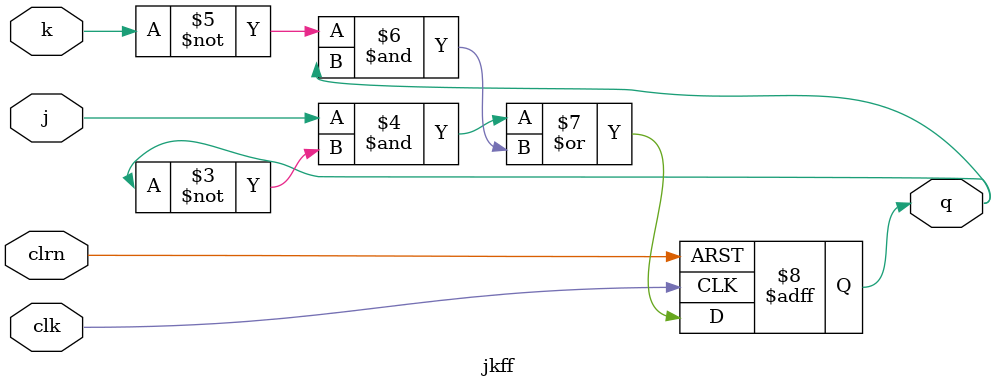
<source format=v>
/************************************************
  The Verilog HDL code example is from the book
  Computer Principles and Design in Verilog HDL
  by Yamin Li, published by A JOHN WILEY & SONS
************************************************/
module jkff (j,k,clk,clrn,q);               // jkff with asynchronous reset
    input      j, k, clk, clrn;             // inputs j, k, clock, reset
    output reg q;                           // output q, register type
    always @ (posedge clk or negedge clrn) begin // always block, "or"
        if (!clrn) q <= 0;                  // if clrn is active, reset jkff
        else       q <= j & ~q | ~k & q;    // else update jkff
    end
endmodule

</source>
